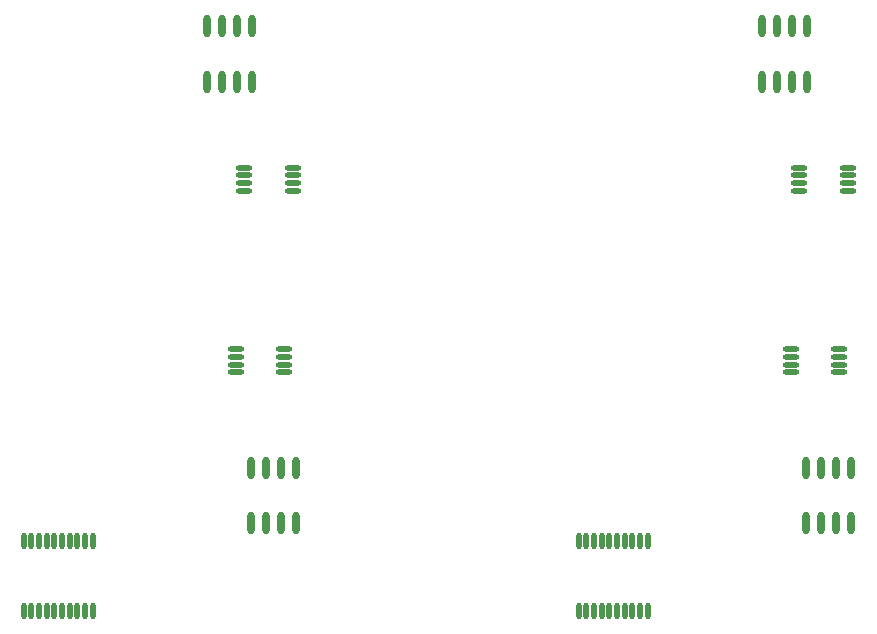
<source format=gtp>
%FSLAX44Y44*%
%MOMM*%
G71*
G01*
G75*
G04 Layer_Color=8421504*
%ADD10C,0.4000*%
%ADD11C,0.2500*%
%ADD12C,0.2000*%
%ADD13C,0.6000*%
%ADD14C,0.2540*%
%ADD15O,1.4000X0.4500*%
%ADD16O,0.4500X1.4000*%
%ADD17O,0.6000X1.9000*%
D15*
X359500Y469150D02*
D03*
Y475650D02*
D03*
Y482150D02*
D03*
Y488650D02*
D03*
X318500Y469150D02*
D03*
Y475650D02*
D03*
Y482150D02*
D03*
Y488650D02*
D03*
X366500Y623150D02*
D03*
Y629650D02*
D03*
Y636150D02*
D03*
Y642650D02*
D03*
X325500Y623150D02*
D03*
Y629650D02*
D03*
Y636150D02*
D03*
Y642650D02*
D03*
X829500Y469150D02*
D03*
Y475650D02*
D03*
Y482150D02*
D03*
Y488650D02*
D03*
X788500Y469150D02*
D03*
Y475650D02*
D03*
Y482150D02*
D03*
Y488650D02*
D03*
X836500Y623150D02*
D03*
Y629650D02*
D03*
Y636150D02*
D03*
Y642650D02*
D03*
X795500Y623150D02*
D03*
Y629650D02*
D03*
Y636150D02*
D03*
Y642650D02*
D03*
D16*
X197250Y326511D02*
D03*
X190750D02*
D03*
X184250D02*
D03*
X177750D02*
D03*
X171250D02*
D03*
X164750D02*
D03*
X158250D02*
D03*
X151750D02*
D03*
X145250D02*
D03*
X138750D02*
D03*
X197250Y267511D02*
D03*
X190750D02*
D03*
X184250D02*
D03*
X177750D02*
D03*
X171250D02*
D03*
X164750D02*
D03*
X158250D02*
D03*
X151750D02*
D03*
X145250D02*
D03*
X138750D02*
D03*
X667250Y326511D02*
D03*
X660750D02*
D03*
X654250D02*
D03*
X647750D02*
D03*
X641250D02*
D03*
X634750D02*
D03*
X628250D02*
D03*
X621750D02*
D03*
X615250D02*
D03*
X608750D02*
D03*
X667250Y267511D02*
D03*
X660750D02*
D03*
X654250D02*
D03*
X647750D02*
D03*
X641250D02*
D03*
X634750D02*
D03*
X628250D02*
D03*
X621750D02*
D03*
X615250D02*
D03*
X608750D02*
D03*
D17*
X332050Y762400D02*
D03*
X319350D02*
D03*
X306650D02*
D03*
X293950D02*
D03*
X332050Y715400D02*
D03*
X319350D02*
D03*
X306650D02*
D03*
X293950D02*
D03*
X330950Y341400D02*
D03*
X343650D02*
D03*
X356350D02*
D03*
X369050D02*
D03*
X330950Y388400D02*
D03*
X343650D02*
D03*
X356350D02*
D03*
X369050D02*
D03*
X802050Y762400D02*
D03*
X789350D02*
D03*
X776650D02*
D03*
X763950D02*
D03*
X802050Y715400D02*
D03*
X789350D02*
D03*
X776650D02*
D03*
X763950D02*
D03*
X800950Y341400D02*
D03*
X813650D02*
D03*
X826350D02*
D03*
X839050D02*
D03*
X800950Y388400D02*
D03*
X813650D02*
D03*
X826350D02*
D03*
X839050D02*
D03*
M02*

</source>
